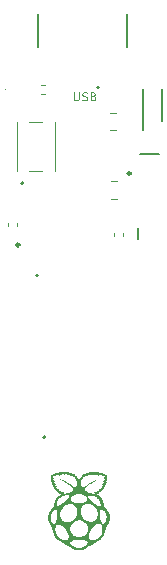
<source format=gbr>
%TF.GenerationSoftware,KiCad,Pcbnew,7.0.8*%
%TF.CreationDate,2024-02-29T17:44:05+05:30*%
%TF.ProjectId,RP2040_Breakout,52503230-3430-45f4-9272-65616b6f7574,rev?*%
%TF.SameCoordinates,Original*%
%TF.FileFunction,Legend,Top*%
%TF.FilePolarity,Positive*%
%FSLAX46Y46*%
G04 Gerber Fmt 4.6, Leading zero omitted, Abs format (unit mm)*
G04 Created by KiCad (PCBNEW 7.0.8) date 2024-02-29 17:44:05*
%MOMM*%
%LPD*%
G01*
G04 APERTURE LIST*
%ADD10C,0.120000*%
%ADD11C,0.200000*%
%ADD12C,0.250000*%
%ADD13C,0.127000*%
%ADD14C,0.100000*%
G04 APERTURE END LIST*
D10*
X136395613Y-81898093D02*
X136395613Y-82464760D01*
X136395613Y-82464760D02*
X136428947Y-82531426D01*
X136428947Y-82531426D02*
X136462280Y-82564760D01*
X136462280Y-82564760D02*
X136528947Y-82598093D01*
X136528947Y-82598093D02*
X136662280Y-82598093D01*
X136662280Y-82598093D02*
X136728947Y-82564760D01*
X136728947Y-82564760D02*
X136762280Y-82531426D01*
X136762280Y-82531426D02*
X136795613Y-82464760D01*
X136795613Y-82464760D02*
X136795613Y-81898093D01*
X137095613Y-82564760D02*
X137195613Y-82598093D01*
X137195613Y-82598093D02*
X137362280Y-82598093D01*
X137362280Y-82598093D02*
X137428946Y-82564760D01*
X137428946Y-82564760D02*
X137462280Y-82531426D01*
X137462280Y-82531426D02*
X137495613Y-82464760D01*
X137495613Y-82464760D02*
X137495613Y-82398093D01*
X137495613Y-82398093D02*
X137462280Y-82331426D01*
X137462280Y-82331426D02*
X137428946Y-82298093D01*
X137428946Y-82298093D02*
X137362280Y-82264760D01*
X137362280Y-82264760D02*
X137228946Y-82231426D01*
X137228946Y-82231426D02*
X137162280Y-82198093D01*
X137162280Y-82198093D02*
X137128946Y-82164760D01*
X137128946Y-82164760D02*
X137095613Y-82098093D01*
X137095613Y-82098093D02*
X137095613Y-82031426D01*
X137095613Y-82031426D02*
X137128946Y-81964760D01*
X137128946Y-81964760D02*
X137162280Y-81931426D01*
X137162280Y-81931426D02*
X137228946Y-81898093D01*
X137228946Y-81898093D02*
X137395613Y-81898093D01*
X137395613Y-81898093D02*
X137495613Y-81931426D01*
X138028947Y-82231426D02*
X138128947Y-82264760D01*
X138128947Y-82264760D02*
X138162280Y-82298093D01*
X138162280Y-82298093D02*
X138195613Y-82364760D01*
X138195613Y-82364760D02*
X138195613Y-82464760D01*
X138195613Y-82464760D02*
X138162280Y-82531426D01*
X138162280Y-82531426D02*
X138128947Y-82564760D01*
X138128947Y-82564760D02*
X138062280Y-82598093D01*
X138062280Y-82598093D02*
X137795613Y-82598093D01*
X137795613Y-82598093D02*
X137795613Y-81898093D01*
X137795613Y-81898093D02*
X138028947Y-81898093D01*
X138028947Y-81898093D02*
X138095613Y-81931426D01*
X138095613Y-81931426D02*
X138128947Y-81964760D01*
X138128947Y-81964760D02*
X138162280Y-82031426D01*
X138162280Y-82031426D02*
X138162280Y-82098093D01*
X138162280Y-82098093D02*
X138128947Y-82164760D01*
X138128947Y-82164760D02*
X138095613Y-82198093D01*
X138095613Y-82198093D02*
X138028947Y-82231426D01*
X138028947Y-82231426D02*
X137795613Y-82231426D01*
D11*
%TO.C,Y1*%
X133780000Y-111110000D02*
X133780000Y-111110000D01*
X133980000Y-111110000D02*
X133980000Y-111110000D01*
X133980000Y-111110000D02*
G75*
G03*
X133780000Y-111110000I-100000J0D01*
G01*
X133780000Y-111110000D02*
G75*
G03*
X133980000Y-111110000I100000J0D01*
G01*
%TO.C,Q1*%
X141800000Y-94310000D02*
X141800000Y-93410000D01*
%TO.C,IC1*%
X133355000Y-97410000D02*
G75*
G03*
X133355000Y-97410000I-100000J0D01*
G01*
D10*
%TO.C,R9*%
X133933641Y-82050000D02*
X133626359Y-82050000D01*
X133933641Y-81290000D02*
X133626359Y-81290000D01*
D12*
%TO.C,IC3*%
X131777500Y-94830000D02*
G75*
G03*
X131777500Y-94830000I-125000J0D01*
G01*
D10*
%TO.C,C18*%
X140520000Y-93852164D02*
X140520000Y-94067836D01*
X139800000Y-93852164D02*
X139800000Y-94067836D01*
D13*
%TO.C,J1*%
X140880000Y-75310000D02*
X140880000Y-78045000D01*
X133380000Y-78045000D02*
X133380000Y-75310000D01*
D11*
X138530000Y-81510000D02*
G75*
G03*
X138530000Y-81510000I-100000J0D01*
G01*
D12*
%TO.C,IC2*%
X141195000Y-88777500D02*
G75*
G03*
X141195000Y-88777500I-125000J0D01*
G01*
D10*
%TO.C,C11*%
X139498748Y-89455000D02*
X140021252Y-89455000D01*
X139498748Y-90925000D02*
X140021252Y-90925000D01*
D11*
%TO.C,S1*%
X132030000Y-89710000D02*
X132030000Y-89710000D01*
X132030000Y-89510000D02*
X132030000Y-89510000D01*
D14*
X131540000Y-88590000D02*
X131540000Y-84390000D01*
X133710000Y-88590000D02*
X132590000Y-88590000D01*
X134750000Y-88590000D02*
X134750000Y-84390000D01*
X133710000Y-84390000D02*
X132590000Y-84390000D01*
D11*
X132030000Y-89510000D02*
G75*
G03*
X132030000Y-89710000I0J-100000D01*
G01*
X132030000Y-89710000D02*
G75*
G03*
X132030000Y-89510000I0J100000D01*
G01*
D14*
%TO.C,D2*%
X130620000Y-81670000D02*
G75*
G03*
X130620000Y-81670000I-50000J0D01*
G01*
D10*
%TO.C,C17*%
X131540000Y-92982164D02*
X131540000Y-93197836D01*
X130820000Y-92982164D02*
X130820000Y-93197836D01*
%TO.C,C12*%
X139981252Y-85095000D02*
X139458748Y-85095000D01*
X139981252Y-83625000D02*
X139458748Y-83625000D01*
D11*
%TO.C,D1*%
X142225000Y-85140000D02*
X142225000Y-81670000D01*
X143875000Y-84370000D02*
X143875000Y-81670000D01*
%TO.C,G\u002A\u002A\u002A*%
G36*
X135189679Y-114662500D02*
G01*
X135187179Y-114665000D01*
X135184678Y-114662500D01*
X135187179Y-114660000D01*
X135189679Y-114662500D01*
G37*
G36*
X138470325Y-114662500D02*
G01*
X138467825Y-114665000D01*
X138465324Y-114662500D01*
X138467825Y-114660000D01*
X138470325Y-114662500D01*
G37*
G36*
X135651493Y-114027919D02*
G01*
X135687424Y-114036596D01*
X135729305Y-114051419D01*
X135736189Y-114054166D01*
X135799701Y-114079818D01*
X135830851Y-114071839D01*
X135870789Y-114065934D01*
X135902471Y-114065984D01*
X135920597Y-114067236D01*
X135935102Y-114069406D01*
X135948772Y-114073398D01*
X135964394Y-114080116D01*
X135984755Y-114090464D01*
X135995511Y-114096175D01*
X136048081Y-114124243D01*
X136086779Y-114118813D01*
X136129521Y-114116140D01*
X136168820Y-114121054D01*
X136205976Y-114134058D01*
X136242286Y-114155657D01*
X136279048Y-114186354D01*
X136291085Y-114198146D01*
X136332404Y-114239964D01*
X136379096Y-114239982D01*
X136425788Y-114240000D01*
X136463487Y-114266056D01*
X136517929Y-114308748D01*
X136570968Y-114360169D01*
X136621721Y-114419059D01*
X136669304Y-114484160D01*
X136712834Y-114554214D01*
X136751426Y-114627963D01*
X136784197Y-114704148D01*
X136797977Y-114742327D01*
X136805702Y-114764481D01*
X136812515Y-114782695D01*
X136817700Y-114795140D01*
X136820539Y-114799989D01*
X136820602Y-114800000D01*
X136823683Y-114795696D01*
X136826683Y-114785343D01*
X136826693Y-114785291D01*
X136830914Y-114770244D01*
X136838687Y-114748158D01*
X136849200Y-114720995D01*
X136861642Y-114690714D01*
X136875204Y-114659276D01*
X136889074Y-114628641D01*
X136902442Y-114600771D01*
X136905595Y-114594495D01*
X136949791Y-114515578D01*
X136998777Y-114443084D01*
X137051883Y-114377824D01*
X137108440Y-114320608D01*
X137167779Y-114272246D01*
X137177824Y-114265150D01*
X137214212Y-114240000D01*
X137260389Y-114240000D01*
X137306566Y-114239999D01*
X137348176Y-114197927D01*
X137385911Y-114163926D01*
X137423073Y-114139319D01*
X137460859Y-114123654D01*
X137500465Y-114116484D01*
X137543087Y-114117358D01*
X137557533Y-114119260D01*
X137591384Y-114124529D01*
X137644222Y-114096318D01*
X137667482Y-114084127D01*
X137684796Y-114075951D01*
X137698929Y-114070893D01*
X137712644Y-114068052D01*
X137728707Y-114066531D01*
X137737374Y-114066041D01*
X137780864Y-114067020D01*
X137808631Y-114072042D01*
X137839574Y-114080111D01*
X137902895Y-114054536D01*
X137945660Y-114038834D01*
X137982218Y-114029226D01*
X138014277Y-114025696D01*
X138043546Y-114028225D01*
X138071734Y-114036796D01*
X138100548Y-114051392D01*
X138102360Y-114052474D01*
X138129896Y-114069052D01*
X138168835Y-114056169D01*
X138189245Y-114050036D01*
X138208069Y-114046117D01*
X138228778Y-114043932D01*
X138254845Y-114043005D01*
X138265285Y-114042893D01*
X138290975Y-114042914D01*
X138309418Y-114043676D01*
X138323365Y-114045607D01*
X138335567Y-114049132D01*
X138348774Y-114054679D01*
X138352591Y-114056449D01*
X138371056Y-114065812D01*
X138388188Y-114075692D01*
X138397823Y-114082170D01*
X138405085Y-114087081D01*
X138413086Y-114090500D01*
X138423859Y-114092770D01*
X138439437Y-114094235D01*
X138461852Y-114095237D01*
X138478050Y-114095721D01*
X138505603Y-114096656D01*
X138525601Y-114097971D01*
X138540489Y-114100079D01*
X138552715Y-114103393D01*
X138564723Y-114108325D01*
X138571253Y-114111450D01*
X138589204Y-114121772D01*
X138605558Y-114133688D01*
X138613804Y-114141450D01*
X138627942Y-114157500D01*
X138697913Y-114157902D01*
X138751470Y-114160280D01*
X138797170Y-114167056D01*
X138836350Y-114178691D01*
X138870346Y-114195644D01*
X138900496Y-114218376D01*
X138915225Y-114232769D01*
X138940311Y-114259288D01*
X138966958Y-114256538D01*
X138999300Y-114256357D01*
X139035331Y-114261271D01*
X139070658Y-114270481D01*
X139093913Y-114279661D01*
X139123318Y-114298101D01*
X139148453Y-114322659D01*
X139167029Y-114350854D01*
X139173181Y-114365656D01*
X139178932Y-114393754D01*
X139180175Y-114426951D01*
X139177123Y-114461531D01*
X139169989Y-114493775D01*
X139165047Y-114507647D01*
X139152512Y-114537795D01*
X139166529Y-114559966D01*
X139187168Y-114600041D01*
X139198030Y-114639809D01*
X139199095Y-114679689D01*
X139190342Y-114720100D01*
X139171752Y-114761460D01*
X139155639Y-114787239D01*
X139140118Y-114809794D01*
X139148407Y-114838301D01*
X139154098Y-114875703D01*
X139150097Y-114915203D01*
X139136455Y-114956634D01*
X139113219Y-114999828D01*
X139091392Y-115030869D01*
X139065747Y-115064239D01*
X139068595Y-115095869D01*
X139067653Y-115139579D01*
X139057050Y-115181672D01*
X139037084Y-115221456D01*
X139008052Y-115258243D01*
X138991678Y-115274019D01*
X138976225Y-115288130D01*
X138966918Y-115298255D01*
X138962215Y-115306808D01*
X138960576Y-115316200D01*
X138960422Y-115322942D01*
X138955483Y-115362029D01*
X138940876Y-115401277D01*
X138916914Y-115440218D01*
X138883912Y-115478385D01*
X138842182Y-115515310D01*
X138820387Y-115531577D01*
X138802759Y-115544397D01*
X138791408Y-115554121D01*
X138784335Y-115563264D01*
X138779538Y-115574344D01*
X138775526Y-115588008D01*
X138758939Y-115630509D01*
X138733809Y-115667867D01*
X138700213Y-115700012D01*
X138658227Y-115726875D01*
X138607928Y-115748385D01*
X138594480Y-115752789D01*
X138578458Y-115758196D01*
X138568889Y-115763823D01*
X138562644Y-115772656D01*
X138556591Y-115787677D01*
X138555902Y-115789563D01*
X138540933Y-115821691D01*
X138520714Y-115849100D01*
X138494280Y-115872507D01*
X138460670Y-115892633D01*
X138418921Y-115910193D01*
X138376029Y-115923720D01*
X138344245Y-115932622D01*
X138400856Y-115967561D01*
X138484733Y-116023192D01*
X138560809Y-116081970D01*
X138631172Y-116145536D01*
X138645361Y-116159589D01*
X138687612Y-116203848D01*
X138723246Y-116245435D01*
X138754152Y-116286936D01*
X138782215Y-116330943D01*
X138809325Y-116380045D01*
X138816996Y-116395049D01*
X138853533Y-116476164D01*
X138883009Y-116560846D01*
X138905662Y-116650098D01*
X138921727Y-116744923D01*
X138931440Y-116846321D01*
X138933641Y-116890000D01*
X138936599Y-116967500D01*
X138958569Y-117008373D01*
X138969671Y-117028167D01*
X138979484Y-117042532D01*
X138990589Y-117054300D01*
X139005566Y-117066308D01*
X139021740Y-117077763D01*
X139046040Y-117096376D01*
X139074583Y-117121129D01*
X139105564Y-117150201D01*
X139137179Y-117181765D01*
X139167624Y-117213999D01*
X139195093Y-117245079D01*
X139217782Y-117273180D01*
X139225474Y-117283686D01*
X139284285Y-117375529D01*
X139333571Y-117470413D01*
X139373350Y-117568375D01*
X139403638Y-117669454D01*
X139416784Y-117729120D01*
X139420408Y-117749094D01*
X139423167Y-117767667D01*
X139425171Y-117786681D01*
X139426533Y-117807976D01*
X139427362Y-117833394D01*
X139427772Y-117864775D01*
X139427872Y-117903962D01*
X139427866Y-117912500D01*
X139427753Y-117952124D01*
X139427432Y-117983575D01*
X139426769Y-118008678D01*
X139425633Y-118029259D01*
X139423892Y-118047144D01*
X139421414Y-118064160D01*
X139418068Y-118082132D01*
X139414317Y-118100106D01*
X139390652Y-118189505D01*
X139358416Y-118278234D01*
X139318518Y-118364392D01*
X139271869Y-118446076D01*
X139219380Y-118521385D01*
X139202586Y-118542504D01*
X139189844Y-118558081D01*
X139178928Y-118571511D01*
X139171957Y-118580187D01*
X139171426Y-118580862D01*
X139167698Y-118588990D01*
X139162675Y-118604515D01*
X139157077Y-118625038D01*
X139152688Y-118643357D01*
X139140902Y-118692217D01*
X139127029Y-118743054D01*
X139110554Y-118797560D01*
X139090961Y-118857427D01*
X139067734Y-118924348D01*
X139063038Y-118937523D01*
X139051229Y-118971305D01*
X139040436Y-119003639D01*
X139031196Y-119032800D01*
X139024044Y-119057062D01*
X139019520Y-119074699D01*
X139018296Y-119081327D01*
X139014120Y-119106534D01*
X139007298Y-119138466D01*
X138998536Y-119174428D01*
X138988539Y-119211723D01*
X138978014Y-119247655D01*
X138967666Y-119279529D01*
X138963005Y-119292500D01*
X138930950Y-119368039D01*
X138891453Y-119444493D01*
X138846274Y-119518852D01*
X138797172Y-119588105D01*
X138771597Y-119620000D01*
X138718644Y-119678652D01*
X138660656Y-119734722D01*
X138599137Y-119787075D01*
X138535594Y-119834577D01*
X138471531Y-119876091D01*
X138408454Y-119910485D01*
X138355302Y-119933827D01*
X138330720Y-119945126D01*
X138302481Y-119961736D01*
X138269229Y-119984480D01*
X138255283Y-119994690D01*
X138140300Y-120076014D01*
X138026668Y-120148026D01*
X137913594Y-120211180D01*
X137800282Y-120265929D01*
X137725178Y-120297602D01*
X137697037Y-120308947D01*
X137676076Y-120318012D01*
X137660125Y-120326067D01*
X137647015Y-120334385D01*
X137634576Y-120344236D01*
X137620639Y-120356892D01*
X137615157Y-120362076D01*
X137532744Y-120435118D01*
X137449250Y-120498515D01*
X137364015Y-120552612D01*
X137276380Y-120597753D01*
X137185686Y-120634284D01*
X137091273Y-120662551D01*
X137007537Y-120680349D01*
X136977089Y-120684559D01*
X136939180Y-120688048D01*
X136896319Y-120690741D01*
X136851016Y-120692561D01*
X136805782Y-120693431D01*
X136763126Y-120693276D01*
X136725558Y-120692017D01*
X136697476Y-120689801D01*
X136594084Y-120673248D01*
X136494105Y-120647427D01*
X136397411Y-120612275D01*
X136303873Y-120567731D01*
X136213363Y-120513732D01*
X136125752Y-120450215D01*
X136040913Y-120377120D01*
X136030373Y-120367189D01*
X136013656Y-120351471D01*
X136000127Y-120339679D01*
X135987567Y-120330477D01*
X135973755Y-120322529D01*
X135956471Y-120314501D01*
X135933497Y-120305057D01*
X135914807Y-120297662D01*
X135812938Y-120254006D01*
X135710859Y-120203090D01*
X135607719Y-120144425D01*
X135502667Y-120077524D01*
X135476820Y-120059394D01*
X136076382Y-120059394D01*
X136079552Y-120086418D01*
X136092080Y-120116699D01*
X136112996Y-120149738D01*
X136141350Y-120184713D01*
X136176190Y-120220801D01*
X136216567Y-120257179D01*
X136261530Y-120293026D01*
X136310128Y-120327518D01*
X136361411Y-120359833D01*
X136414427Y-120389148D01*
X136448925Y-120406001D01*
X136485473Y-120421593D01*
X136527039Y-120437174D01*
X136570193Y-120451601D01*
X136611505Y-120463729D01*
X136647545Y-120472417D01*
X136649031Y-120472717D01*
X136702462Y-120480833D01*
X136761766Y-120485391D01*
X136823436Y-120486305D01*
X136883963Y-120483488D01*
X136922427Y-120479432D01*
X136992463Y-120466032D01*
X137064790Y-120444641D01*
X137137811Y-120416150D01*
X137209929Y-120381452D01*
X137279547Y-120341437D01*
X137345067Y-120296996D01*
X137404893Y-120249021D01*
X137457428Y-120198404D01*
X137487095Y-120164277D01*
X137517044Y-120123458D01*
X137538092Y-120086620D01*
X137550352Y-120053414D01*
X137553942Y-120023494D01*
X137548975Y-119996511D01*
X137545454Y-119988143D01*
X137526419Y-119959397D01*
X137498059Y-119931811D01*
X137461006Y-119905625D01*
X137415896Y-119881076D01*
X137363362Y-119858403D01*
X137304038Y-119837842D01*
X137238557Y-119819634D01*
X137167554Y-119804014D01*
X137091662Y-119791223D01*
X137011516Y-119781497D01*
X136990034Y-119779498D01*
X136952322Y-119777189D01*
X136907316Y-119776019D01*
X136857653Y-119775927D01*
X136805968Y-119776855D01*
X136754897Y-119778742D01*
X136707077Y-119781530D01*
X136665144Y-119785158D01*
X136647466Y-119787234D01*
X136566636Y-119799538D01*
X136490319Y-119814534D01*
X136418972Y-119831983D01*
X136353056Y-119851640D01*
X136293030Y-119873266D01*
X136239355Y-119896616D01*
X136192489Y-119921450D01*
X136152891Y-119947525D01*
X136121023Y-119974599D01*
X136097342Y-120002430D01*
X136082309Y-120030775D01*
X136076382Y-120059394D01*
X135476820Y-120059394D01*
X135394853Y-120001899D01*
X135379717Y-119990755D01*
X135343216Y-119965265D01*
X135311170Y-119946037D01*
X135286453Y-119934406D01*
X135246456Y-119917661D01*
X135207698Y-119898438D01*
X135167408Y-119875247D01*
X135122815Y-119846597D01*
X135121446Y-119845681D01*
X135033453Y-119781046D01*
X134952921Y-119710185D01*
X134880116Y-119633467D01*
X134815303Y-119551264D01*
X134758749Y-119463944D01*
X134710717Y-119371878D01*
X134671475Y-119275436D01*
X134641919Y-119177500D01*
X134635318Y-119150156D01*
X134629349Y-119123271D01*
X134624652Y-119099873D01*
X134621871Y-119082992D01*
X134621812Y-119082523D01*
X134619064Y-119069275D01*
X134613369Y-119048401D01*
X134605267Y-119021646D01*
X134595296Y-118990756D01*
X134583999Y-118957477D01*
X134576963Y-118937523D01*
X134553029Y-118869171D01*
X134545958Y-118847829D01*
X134821001Y-118847829D01*
X134821029Y-118920960D01*
X134828202Y-118997570D01*
X134842464Y-119076841D01*
X134863756Y-119157952D01*
X134892021Y-119240087D01*
X134907988Y-119279491D01*
X134928701Y-119325727D01*
X134948955Y-119365215D01*
X134970500Y-119400960D01*
X134995085Y-119435966D01*
X135011211Y-119456844D01*
X135075003Y-119530342D01*
X135143313Y-119596053D01*
X135215592Y-119653626D01*
X135291294Y-119702710D01*
X135369869Y-119742954D01*
X135450769Y-119774006D01*
X135533448Y-119795516D01*
X135542249Y-119797213D01*
X135568237Y-119800625D01*
X135600360Y-119802662D01*
X135636042Y-119803376D01*
X135672704Y-119802815D01*
X135707770Y-119801031D01*
X135738662Y-119798073D01*
X135762802Y-119793991D01*
X135767293Y-119792853D01*
X135812272Y-119776937D01*
X135849465Y-119755886D01*
X135879676Y-119728849D01*
X135903710Y-119694973D01*
X135922371Y-119653404D01*
X135933243Y-119616997D01*
X135938728Y-119585651D01*
X135941762Y-119547104D01*
X135942394Y-119503840D01*
X135940674Y-119458341D01*
X135936654Y-119413088D01*
X135930384Y-119370563D01*
X135927989Y-119358313D01*
X135906569Y-119273788D01*
X135878030Y-119189765D01*
X135843250Y-119108153D01*
X135803105Y-119030863D01*
X135758474Y-118959805D01*
X135723189Y-118912500D01*
X135687619Y-118871364D01*
X135672538Y-118855699D01*
X136077100Y-118855699D01*
X136077894Y-118902567D01*
X136081162Y-118945868D01*
X136086420Y-118980000D01*
X136106789Y-119058156D01*
X136134299Y-119130190D01*
X136169618Y-119197329D01*
X136213411Y-119260799D01*
X136266346Y-119321825D01*
X136279582Y-119335342D01*
X136343855Y-119393005D01*
X136413082Y-119442265D01*
X136487545Y-119483259D01*
X136567529Y-119516124D01*
X136653315Y-119540997D01*
X136737484Y-119556922D01*
X136747027Y-119557517D01*
X136764759Y-119557887D01*
X136788868Y-119558021D01*
X136817545Y-119557911D01*
X136848977Y-119557548D01*
X136852507Y-119557493D01*
X136892674Y-119556588D01*
X136924973Y-119555206D01*
X136951533Y-119553172D01*
X136974483Y-119550314D01*
X136995952Y-119546459D01*
X137000829Y-119545430D01*
X137085520Y-119522452D01*
X137098673Y-119517355D01*
X137647321Y-119517355D01*
X137650038Y-119575802D01*
X137658513Y-119629176D01*
X137672850Y-119676722D01*
X137693153Y-119717686D01*
X137711799Y-119742996D01*
X137727889Y-119757596D01*
X137750579Y-119773177D01*
X137776856Y-119787964D01*
X137803705Y-119800181D01*
X137816997Y-119804962D01*
X137856345Y-119814525D01*
X137902374Y-119820722D01*
X137952329Y-119823498D01*
X138003454Y-119822796D01*
X138052991Y-119818557D01*
X138098012Y-119810765D01*
X138180976Y-119787283D01*
X138260241Y-119755473D01*
X138336408Y-119714987D01*
X138410080Y-119665476D01*
X138481859Y-119606592D01*
X138530536Y-119560375D01*
X138591770Y-119494520D01*
X138645567Y-119427382D01*
X138691333Y-119359833D01*
X138728474Y-119292745D01*
X138754618Y-119231897D01*
X138776078Y-119162403D01*
X138791578Y-119088207D01*
X138801180Y-119010866D01*
X138804947Y-118931937D01*
X138802944Y-118852975D01*
X138795232Y-118775539D01*
X138781876Y-118701184D01*
X138762937Y-118631468D01*
X138738480Y-118567946D01*
X138726714Y-118543750D01*
X138700861Y-118502314D01*
X138670796Y-118469704D01*
X138635931Y-118445572D01*
X138595677Y-118429569D01*
X138549448Y-118421345D01*
X138518189Y-118420000D01*
X138466653Y-118424044D01*
X138413379Y-118436277D01*
X138358120Y-118456849D01*
X138300626Y-118485909D01*
X138240650Y-118523607D01*
X138177942Y-118570093D01*
X138112256Y-118625516D01*
X138043342Y-118690026D01*
X138002329Y-118731119D01*
X137950408Y-118786129D01*
X137906023Y-118837206D01*
X137868164Y-118885609D01*
X137835818Y-118932598D01*
X137820328Y-118957759D01*
X137780742Y-119029608D01*
X137746079Y-119102425D01*
X137716443Y-119175454D01*
X137691939Y-119247939D01*
X137672670Y-119319128D01*
X137658741Y-119388263D01*
X137650256Y-119454590D01*
X137647321Y-119517355D01*
X137098673Y-119517355D01*
X137165848Y-119491324D01*
X137241198Y-119452506D01*
X137310952Y-119406460D01*
X137374495Y-119353649D01*
X137431211Y-119294533D01*
X137480483Y-119229575D01*
X137521696Y-119159237D01*
X137525067Y-119152500D01*
X137555318Y-119083024D01*
X137576574Y-119014640D01*
X137589298Y-118945183D01*
X137593951Y-118872486D01*
X137593327Y-118832500D01*
X137585231Y-118750235D01*
X137567735Y-118671350D01*
X137540922Y-118596036D01*
X137504872Y-118524484D01*
X137459667Y-118456886D01*
X137408684Y-118396894D01*
X137345168Y-118336921D01*
X137275986Y-118285186D01*
X137201151Y-118241698D01*
X137120679Y-118206463D01*
X137034584Y-118179490D01*
X136987547Y-118168722D01*
X136948278Y-118162706D01*
X136902447Y-118158803D01*
X136852871Y-118157009D01*
X136802368Y-118157316D01*
X136753756Y-118159721D01*
X136709852Y-118164217D01*
X136679973Y-118169325D01*
X136590333Y-118193155D01*
X136506386Y-118225013D01*
X136428324Y-118264802D01*
X136356335Y-118312426D01*
X136293599Y-118364974D01*
X136236451Y-118425245D01*
X136187233Y-118491431D01*
X136146284Y-118562933D01*
X136113941Y-118639157D01*
X136090543Y-118719505D01*
X136089219Y-118725406D01*
X136082798Y-118763948D01*
X136078747Y-118808436D01*
X136077100Y-118855699D01*
X135672538Y-118855699D01*
X135645585Y-118827702D01*
X135599029Y-118783219D01*
X135549896Y-118739623D01*
X135500128Y-118698621D01*
X135451669Y-118661920D01*
X135406464Y-118631228D01*
X135394720Y-118623983D01*
X135326643Y-118586886D01*
X135260273Y-118558399D01*
X135196070Y-118538638D01*
X135134494Y-118527713D01*
X135076002Y-118525740D01*
X135023316Y-118532342D01*
X134978678Y-118545002D01*
X134941742Y-118562958D01*
X134911145Y-118587286D01*
X134885522Y-118619058D01*
X134864366Y-118657500D01*
X134842612Y-118715280D01*
X134828177Y-118778996D01*
X134821001Y-118847829D01*
X134545958Y-118847829D01*
X134532820Y-118808179D01*
X134515820Y-118752850D01*
X134501511Y-118701488D01*
X134489376Y-118652397D01*
X134487291Y-118643263D01*
X134479542Y-118612544D01*
X134471967Y-118590462D01*
X134464085Y-118575673D01*
X134462261Y-118573263D01*
X134397967Y-118488370D01*
X134343428Y-118403722D01*
X134298433Y-118318711D01*
X134262772Y-118232729D01*
X134236235Y-118145169D01*
X134218611Y-118055424D01*
X134209690Y-117962885D01*
X134209450Y-117909436D01*
X134420303Y-117909436D01*
X134421364Y-117954361D01*
X134424132Y-117990025D01*
X134437438Y-118071834D01*
X134458358Y-118152159D01*
X134486235Y-118229156D01*
X134520416Y-118300979D01*
X134554548Y-118357490D01*
X134568566Y-118376799D01*
X134585722Y-118398227D01*
X134604515Y-118420137D01*
X134623446Y-118440890D01*
X134641012Y-118458849D01*
X134655714Y-118472375D01*
X134666050Y-118479831D01*
X134667076Y-118480303D01*
X134691061Y-118485118D01*
X134717403Y-118482286D01*
X134742584Y-118472252D01*
X134745795Y-118470311D01*
X134770626Y-118449869D01*
X134795717Y-118420227D01*
X134820692Y-118382167D01*
X134845175Y-118336467D01*
X134868790Y-118283909D01*
X134891161Y-118225274D01*
X134911912Y-118161340D01*
X134930667Y-118092889D01*
X134933838Y-118080000D01*
X134952818Y-117994488D01*
X134968534Y-117908995D01*
X134980967Y-117824418D01*
X134990095Y-117741655D01*
X134995897Y-117661605D01*
X134996367Y-117646966D01*
X135231209Y-117646966D01*
X135234306Y-117712596D01*
X135246534Y-117795397D01*
X135266965Y-117873459D01*
X135295207Y-117946356D01*
X135330868Y-118013665D01*
X135373557Y-118074961D01*
X135422882Y-118129818D01*
X135478451Y-118177811D01*
X135539872Y-118218517D01*
X135606754Y-118251510D01*
X135678705Y-118276366D01*
X135755334Y-118292659D01*
X135771232Y-118294858D01*
X135804513Y-118297385D01*
X135844100Y-118297755D01*
X135886567Y-118296126D01*
X135928491Y-118292657D01*
X135966447Y-118287509D01*
X135978847Y-118285201D01*
X136033181Y-118272376D01*
X136083672Y-118256431D01*
X136134697Y-118235880D01*
X136163735Y-118222478D01*
X136241222Y-118180357D01*
X136313322Y-118131163D01*
X136379755Y-118075590D01*
X136440244Y-118014332D01*
X136494510Y-117948083D01*
X136542276Y-117877538D01*
X136583263Y-117803390D01*
X136617193Y-117726335D01*
X136643789Y-117647066D01*
X136662772Y-117566277D01*
X136673863Y-117484662D01*
X136676786Y-117402916D01*
X136676079Y-117392526D01*
X136965677Y-117392526D01*
X136971164Y-117472581D01*
X136984708Y-117553821D01*
X137006506Y-117635661D01*
X137036754Y-117717513D01*
X137048908Y-117745046D01*
X137090383Y-117824339D01*
X137139367Y-117898957D01*
X137195095Y-117968298D01*
X137256804Y-118031755D01*
X137323730Y-118088727D01*
X137395110Y-118138607D01*
X137470179Y-118180792D01*
X137548173Y-118214677D01*
X137628330Y-118239659D01*
X137690171Y-118252311D01*
X137730431Y-118256850D01*
X137776105Y-118259013D01*
X137823239Y-118258799D01*
X137867879Y-118256210D01*
X137900075Y-118252278D01*
X137973010Y-118235554D01*
X138043329Y-118209748D01*
X138109786Y-118175498D01*
X138171131Y-118133446D01*
X138223974Y-118086410D01*
X138274250Y-118028566D01*
X138316674Y-117965135D01*
X138351167Y-117896817D01*
X138377655Y-117824314D01*
X138396059Y-117748327D01*
X138406303Y-117669559D01*
X138408310Y-117588710D01*
X138405224Y-117548470D01*
X138575817Y-117548470D01*
X138575881Y-117596373D01*
X138577059Y-117642251D01*
X138579412Y-117684105D01*
X138579959Y-117690989D01*
X138589297Y-117782583D01*
X138601727Y-117872284D01*
X138616997Y-117959160D01*
X138634851Y-118042280D01*
X138655036Y-118120711D01*
X138677299Y-118193522D01*
X138701385Y-118259781D01*
X138727040Y-118318557D01*
X138754010Y-118368917D01*
X138772344Y-118397003D01*
X138797683Y-118427497D01*
X138823876Y-118449645D01*
X138850209Y-118463160D01*
X138875968Y-118467753D01*
X138900440Y-118463138D01*
X138915731Y-118454773D01*
X138929777Y-118442914D01*
X138947768Y-118425031D01*
X138967815Y-118403223D01*
X138988029Y-118379589D01*
X139006520Y-118356229D01*
X139015590Y-118343806D01*
X139035543Y-118312448D01*
X139056420Y-118274506D01*
X139076701Y-118233095D01*
X139094867Y-118191327D01*
X139109399Y-118152317D01*
X139110165Y-118150000D01*
X139133632Y-118063143D01*
X139148012Y-117974202D01*
X139153301Y-117884390D01*
X139149499Y-117794925D01*
X139136604Y-117707022D01*
X139114613Y-117621897D01*
X139111022Y-117610906D01*
X139079614Y-117532674D01*
X139039285Y-117457955D01*
X138990777Y-117387679D01*
X138934830Y-117322777D01*
X138872186Y-117264176D01*
X138803587Y-117212809D01*
X138783096Y-117199652D01*
X138762565Y-117187450D01*
X138747316Y-117180001D01*
X138734509Y-117176220D01*
X138721305Y-117175024D01*
X138718522Y-117175000D01*
X138690515Y-117179049D01*
X138665722Y-117191381D01*
X138643938Y-117212276D01*
X138624957Y-117242011D01*
X138608573Y-117280865D01*
X138594580Y-117329117D01*
X138590149Y-117348558D01*
X138585528Y-117376595D01*
X138581725Y-117412604D01*
X138578799Y-117454586D01*
X138576810Y-117500541D01*
X138575817Y-117548470D01*
X138405224Y-117548470D01*
X138402003Y-117506482D01*
X138387306Y-117423577D01*
X138364141Y-117340697D01*
X138332432Y-117258541D01*
X138318049Y-117227500D01*
X138273777Y-117146833D01*
X138222091Y-117071359D01*
X138163712Y-117001685D01*
X138099365Y-116938421D01*
X138029773Y-116882174D01*
X137955658Y-116833553D01*
X137877743Y-116793167D01*
X137796753Y-116761625D01*
X137747446Y-116747314D01*
X137667092Y-116731797D01*
X137587160Y-116725999D01*
X137508245Y-116729903D01*
X137430940Y-116743492D01*
X137380659Y-116757901D01*
X137310536Y-116786207D01*
X137246301Y-116822150D01*
X137188151Y-116865143D01*
X137136284Y-116914600D01*
X137090896Y-116969935D01*
X137052185Y-117030561D01*
X137020347Y-117095891D01*
X136995581Y-117165339D01*
X136978082Y-117238318D01*
X136968048Y-117314243D01*
X136965677Y-117392526D01*
X136676079Y-117392526D01*
X136671262Y-117321733D01*
X136657013Y-117241807D01*
X136633761Y-117163832D01*
X136610408Y-117107396D01*
X136574290Y-117041434D01*
X136530340Y-116980739D01*
X136479423Y-116926093D01*
X136422404Y-116878281D01*
X136360148Y-116838087D01*
X136293521Y-116806294D01*
X136267391Y-116796631D01*
X136191768Y-116776038D01*
X136114403Y-116765021D01*
X136035919Y-116763439D01*
X135956935Y-116771150D01*
X135878072Y-116788015D01*
X135799950Y-116813891D01*
X135723190Y-116848637D01*
X135648413Y-116892113D01*
X135576239Y-116944177D01*
X135559752Y-116957618D01*
X135495218Y-117017410D01*
X135436696Y-117083710D01*
X135384613Y-117155529D01*
X135339396Y-117231878D01*
X135301470Y-117311769D01*
X135271263Y-117394212D01*
X135249199Y-117478218D01*
X135235706Y-117562799D01*
X135231209Y-117646966D01*
X134996367Y-117646966D01*
X134998353Y-117585167D01*
X134997441Y-117513238D01*
X134993141Y-117446717D01*
X134985432Y-117386502D01*
X134974293Y-117333492D01*
X134959703Y-117288585D01*
X134952610Y-117272500D01*
X134934050Y-117239699D01*
X134914241Y-117216196D01*
X134892307Y-117201296D01*
X134867371Y-117194304D01*
X134853083Y-117193561D01*
X134833383Y-117195928D01*
X134814184Y-117203529D01*
X134803073Y-117209917D01*
X134738041Y-117254430D01*
X134676920Y-117304735D01*
X134621584Y-117359112D01*
X134573908Y-117415838D01*
X134563432Y-117430147D01*
X134519274Y-117500593D01*
X134482271Y-117577083D01*
X134453094Y-117658053D01*
X134434273Y-117732500D01*
X134428301Y-117769906D01*
X134423897Y-117814002D01*
X134421189Y-117861581D01*
X134420303Y-117909436D01*
X134209450Y-117909436D01*
X134209260Y-117866945D01*
X134210249Y-117845955D01*
X134220577Y-117749611D01*
X134240654Y-117653505D01*
X134270238Y-117558309D01*
X134309085Y-117464692D01*
X134356951Y-117373323D01*
X134413594Y-117284873D01*
X134414490Y-117283600D01*
X134434598Y-117257375D01*
X134460315Y-117227342D01*
X134489816Y-117195342D01*
X134521278Y-117163215D01*
X134552878Y-117132801D01*
X134582793Y-117105941D01*
X134609199Y-117084476D01*
X134618260Y-117077890D01*
X134638105Y-117063630D01*
X134652056Y-117051842D01*
X134662694Y-117039686D01*
X134672600Y-117024323D01*
X134681431Y-117008373D01*
X134703401Y-116967500D01*
X134706359Y-116890000D01*
X134706606Y-116886528D01*
X134922824Y-116886528D01*
X134923453Y-116912956D01*
X134925022Y-116934061D01*
X134927534Y-116948052D01*
X134929454Y-116952240D01*
X134942553Y-116962909D01*
X134959865Y-116967437D01*
X134982423Y-116965816D01*
X135011262Y-116958035D01*
X135029648Y-116951334D01*
X135069564Y-116933411D01*
X135115313Y-116908697D01*
X135166079Y-116877869D01*
X135221047Y-116841606D01*
X135279402Y-116800589D01*
X135340327Y-116755495D01*
X135403009Y-116707005D01*
X135466631Y-116655796D01*
X135530378Y-116602549D01*
X135593436Y-116547943D01*
X135654988Y-116492656D01*
X135714220Y-116437368D01*
X135770317Y-116382757D01*
X135822378Y-116329590D01*
X136131028Y-116329590D01*
X136134616Y-116356298D01*
X136148711Y-116400226D01*
X136172071Y-116442805D01*
X136203999Y-116483608D01*
X136243800Y-116522208D01*
X136290779Y-116558175D01*
X136344241Y-116591083D01*
X136403489Y-116620504D01*
X136467829Y-116646010D01*
X136536565Y-116667173D01*
X136609001Y-116683566D01*
X136684443Y-116694761D01*
X136685029Y-116694825D01*
X136708440Y-116697373D01*
X136730490Y-116699739D01*
X136747628Y-116701546D01*
X136752487Y-116702044D01*
X136771325Y-116703082D01*
X136798010Y-116703383D01*
X136830422Y-116703024D01*
X136866438Y-116702084D01*
X136903937Y-116700638D01*
X136940799Y-116698767D01*
X136974902Y-116696546D01*
X137004124Y-116694053D01*
X137020040Y-116692254D01*
X137086395Y-116681338D01*
X137151781Y-116666239D01*
X137214346Y-116647566D01*
X137272244Y-116625926D01*
X137323623Y-116601928D01*
X137360504Y-116580318D01*
X137392568Y-116558119D01*
X137417880Y-116537828D01*
X137438812Y-116517257D01*
X137457736Y-116494218D01*
X137465653Y-116483282D01*
X137490490Y-116440373D01*
X137505390Y-116396613D01*
X137510339Y-116352171D01*
X137505321Y-116307218D01*
X137490320Y-116261926D01*
X137486477Y-116253582D01*
X137457877Y-116204656D01*
X137420291Y-116157252D01*
X137374695Y-116111966D01*
X137342599Y-116086005D01*
X137568922Y-116086005D01*
X137570071Y-116104104D01*
X137577276Y-116126970D01*
X137587733Y-116148680D01*
X137610467Y-116185175D01*
X137640855Y-116226334D01*
X137678099Y-116271472D01*
X137721402Y-116319906D01*
X137769967Y-116370950D01*
X137822997Y-116423920D01*
X137879693Y-116478130D01*
X137939260Y-116532897D01*
X138000901Y-116587535D01*
X138063816Y-116641359D01*
X138127211Y-116693686D01*
X138190286Y-116743830D01*
X138252246Y-116791106D01*
X138312293Y-116834830D01*
X138369630Y-116874317D01*
X138423459Y-116908882D01*
X138472983Y-116937841D01*
X138517405Y-116960508D01*
X138547817Y-116973313D01*
X138575954Y-116981540D01*
X138601397Y-116984746D01*
X138622277Y-116982907D01*
X138636724Y-116976001D01*
X138638333Y-116974401D01*
X138642021Y-116969411D01*
X138644576Y-116962893D01*
X138646167Y-116953147D01*
X138646962Y-116938470D01*
X138647130Y-116917160D01*
X138646850Y-116888358D01*
X138641067Y-116791049D01*
X138626572Y-116698206D01*
X138603655Y-116610159D01*
X138572605Y-116527237D01*
X138533709Y-116449769D01*
X138487258Y-116378086D01*
X138433539Y-116312518D01*
X138372842Y-116253394D01*
X138305456Y-116201044D01*
X138231669Y-116155799D01*
X138151771Y-116117986D01*
X138066049Y-116087937D01*
X137974793Y-116065982D01*
X137918691Y-116056986D01*
X137887384Y-116053810D01*
X137851755Y-116051797D01*
X137813244Y-116050877D01*
X137773287Y-116050978D01*
X137733322Y-116052030D01*
X137694786Y-116053960D01*
X137659117Y-116056698D01*
X137627752Y-116060172D01*
X137602129Y-116064311D01*
X137583685Y-116069045D01*
X137574085Y-116074063D01*
X137568922Y-116086005D01*
X137342599Y-116086005D01*
X137322062Y-116069394D01*
X137263366Y-116030132D01*
X137199582Y-115994775D01*
X137131683Y-115963918D01*
X137060644Y-115938158D01*
X136987438Y-115918091D01*
X136916058Y-115904739D01*
X136890757Y-115902312D01*
X136858428Y-115901004D01*
X136821519Y-115900741D01*
X136782480Y-115901453D01*
X136743758Y-115903068D01*
X136707802Y-115905514D01*
X136677061Y-115908719D01*
X136654968Y-115912391D01*
X136568678Y-115935902D01*
X136485628Y-115967433D01*
X136406973Y-116006370D01*
X136333867Y-116052099D01*
X136267467Y-116104007D01*
X136231882Y-116137304D01*
X136208857Y-116160822D01*
X136191622Y-116179705D01*
X136178556Y-116196031D01*
X136168037Y-116211879D01*
X136158443Y-116229326D01*
X136155479Y-116235230D01*
X136140566Y-116269806D01*
X136132571Y-116300355D01*
X136131028Y-116329590D01*
X135822378Y-116329590D01*
X135822462Y-116329504D01*
X135869840Y-116278287D01*
X135911637Y-116229785D01*
X135942148Y-116191226D01*
X135967039Y-116155873D01*
X135985546Y-116124515D01*
X135997433Y-116097745D01*
X136002463Y-116076158D01*
X136000399Y-116060348D01*
X135996579Y-116054740D01*
X135986880Y-116049928D01*
X135968684Y-116045451D01*
X135943491Y-116041405D01*
X135912803Y-116037887D01*
X135878119Y-116034993D01*
X135840943Y-116032819D01*
X135802774Y-116031461D01*
X135765115Y-116031015D01*
X135729465Y-116031578D01*
X135697327Y-116033246D01*
X135682276Y-116034605D01*
X135585748Y-116049444D01*
X135494625Y-116072510D01*
X135409175Y-116103543D01*
X135329670Y-116142280D01*
X135256380Y-116188460D01*
X135189574Y-116241822D01*
X135129524Y-116302103D01*
X135076499Y-116369042D01*
X135030769Y-116442377D01*
X134992606Y-116521847D01*
X134962278Y-116607190D01*
X134940056Y-116698144D01*
X134929676Y-116763360D01*
X134926562Y-116793192D01*
X134924381Y-116824856D01*
X134923134Y-116856565D01*
X134922824Y-116886528D01*
X134706606Y-116886528D01*
X134714057Y-116781903D01*
X134728783Y-116679827D01*
X134750757Y-116582466D01*
X134768535Y-116522616D01*
X134783036Y-116483280D01*
X134802149Y-116439120D01*
X134824390Y-116393074D01*
X134848278Y-116348079D01*
X134872328Y-116307073D01*
X134893346Y-116275365D01*
X134938630Y-116218202D01*
X134992440Y-116160704D01*
X135053416Y-116104050D01*
X135120197Y-116049420D01*
X135191423Y-115997992D01*
X135265731Y-115950945D01*
X135271788Y-115947395D01*
X135285313Y-115939256D01*
X135291131Y-115934511D01*
X135290269Y-115931682D01*
X135284291Y-115929454D01*
X135236090Y-115914219D01*
X135196661Y-115899584D01*
X135164869Y-115884757D01*
X135139581Y-115868948D01*
X135119664Y-115851366D01*
X135103982Y-115831219D01*
X135091404Y-115807716D01*
X135084207Y-115789861D01*
X135074112Y-115762181D01*
X135031076Y-115747572D01*
X134981097Y-115726439D01*
X134939260Y-115699784D01*
X134905686Y-115667730D01*
X134880500Y-115630393D01*
X134863823Y-115587895D01*
X134862724Y-115583746D01*
X134859062Y-115571142D01*
X134854401Y-115561524D01*
X134846915Y-115552744D01*
X134834775Y-115542652D01*
X134816353Y-115529242D01*
X134770582Y-115492564D01*
X134733924Y-115454303D01*
X134706602Y-115414781D01*
X134688843Y-115374319D01*
X134681134Y-115336425D01*
X134678031Y-115302500D01*
X134641497Y-115267236D01*
X134618596Y-115243361D01*
X134601838Y-115221283D01*
X134588743Y-115197727D01*
X134588510Y-115197236D01*
X134580829Y-115180200D01*
X134575985Y-115166195D01*
X134573323Y-115151868D01*
X134572190Y-115133866D01*
X134571938Y-115112189D01*
X134571818Y-115061879D01*
X134547463Y-115029689D01*
X134517970Y-114985267D01*
X134497970Y-114942584D01*
X134487518Y-114901832D01*
X134486671Y-114863203D01*
X134491487Y-114838669D01*
X134499668Y-114810530D01*
X134479766Y-114779744D01*
X134456798Y-114737914D01*
X134443472Y-114697922D01*
X134440446Y-114666165D01*
X134614601Y-114666165D01*
X134630711Y-114696386D01*
X134644298Y-114717410D01*
X134665152Y-114743009D01*
X134693529Y-114773459D01*
X134729686Y-114809037D01*
X134767168Y-114843918D01*
X134807104Y-114880337D01*
X134794601Y-114887422D01*
X134769547Y-114896359D01*
X134738490Y-114898013D01*
X134701857Y-114892610D01*
X134683669Y-114888848D01*
X134669655Y-114886483D01*
X134662306Y-114885920D01*
X134661819Y-114886090D01*
X134663492Y-114890829D01*
X134669658Y-114901715D01*
X134679118Y-114916677D01*
X134682483Y-114921747D01*
X134703936Y-114950102D01*
X134733661Y-114983600D01*
X134771473Y-115022046D01*
X134817186Y-115065243D01*
X134823765Y-115071258D01*
X134841694Y-115087700D01*
X134853119Y-115098787D01*
X134858955Y-115105869D01*
X134860114Y-115110299D01*
X134857510Y-115113428D01*
X134853771Y-115115662D01*
X134841767Y-115119105D01*
X134821323Y-115121271D01*
X134793938Y-115122002D01*
X134793351Y-115122001D01*
X134772646Y-115122292D01*
X134756307Y-115123168D01*
X134746477Y-115124475D01*
X134744592Y-115125450D01*
X134748392Y-115131962D01*
X134758989Y-115143454D01*
X134775176Y-115158907D01*
X134795748Y-115177305D01*
X134819497Y-115197629D01*
X134845217Y-115218860D01*
X134871702Y-115239981D01*
X134897746Y-115259975D01*
X134922141Y-115277821D01*
X134938530Y-115289118D01*
X134955531Y-115301074D01*
X134968299Y-115311280D01*
X134975251Y-115318395D01*
X134975861Y-115320775D01*
X134967378Y-115324759D01*
X134951487Y-115328606D01*
X134930778Y-115331902D01*
X134907844Y-115334237D01*
X134885274Y-115335197D01*
X134885187Y-115335198D01*
X134852113Y-115335397D01*
X134877118Y-115358559D01*
X134907032Y-115383094D01*
X134946492Y-115410141D01*
X134995380Y-115439626D01*
X135053580Y-115471477D01*
X135070478Y-115480269D01*
X135098999Y-115495064D01*
X135119607Y-115506099D01*
X135133339Y-115514075D01*
X135141232Y-115519697D01*
X135144323Y-115523666D01*
X135143648Y-115526687D01*
X135141634Y-115528509D01*
X135125858Y-115536557D01*
X135103703Y-115543454D01*
X135078790Y-115548298D01*
X135054995Y-115550179D01*
X135027147Y-115550359D01*
X135041711Y-115562264D01*
X135062096Y-115575998D01*
X135091380Y-115591375D01*
X135128669Y-115608002D01*
X135173071Y-115625486D01*
X135223691Y-115643436D01*
X135235428Y-115647360D01*
X135264506Y-115657084D01*
X135290281Y-115665895D01*
X135311264Y-115673268D01*
X135325963Y-115678678D01*
X135332889Y-115681599D01*
X135333180Y-115681805D01*
X135333587Y-115688160D01*
X135326320Y-115696816D01*
X135313079Y-115706591D01*
X135295568Y-115716302D01*
X135275486Y-115724766D01*
X135267614Y-115727385D01*
X135247191Y-115733655D01*
X135274696Y-115746150D01*
X135291511Y-115753366D01*
X135308302Y-115759487D01*
X135326377Y-115764748D01*
X135347042Y-115769388D01*
X135371605Y-115773641D01*
X135401372Y-115777746D01*
X135437652Y-115781937D01*
X135481750Y-115786452D01*
X135515263Y-115789676D01*
X135538726Y-115792249D01*
X135559713Y-115795189D01*
X135575429Y-115798071D01*
X135581687Y-115799783D01*
X135590539Y-115803896D01*
X135592190Y-115809019D01*
X135587794Y-115818963D01*
X135587598Y-115819341D01*
X135573971Y-115837634D01*
X135553106Y-115855633D01*
X135529078Y-115870340D01*
X135517296Y-115877002D01*
X135510446Y-115882136D01*
X135509742Y-115883329D01*
X135514473Y-115884301D01*
X135527612Y-115884783D01*
X135547582Y-115884826D01*
X135572803Y-115884481D01*
X135601697Y-115883798D01*
X135632686Y-115882829D01*
X135664190Y-115881625D01*
X135694632Y-115880235D01*
X135722432Y-115878711D01*
X135746013Y-115877104D01*
X135763795Y-115875465D01*
X135767293Y-115875037D01*
X135862029Y-115859065D01*
X135948869Y-115837194D01*
X136027772Y-115809449D01*
X136098698Y-115775855D01*
X136161605Y-115736438D01*
X136216453Y-115691223D01*
X136263201Y-115640235D01*
X136301808Y-115583500D01*
X136330040Y-115526399D01*
X136339602Y-115503333D01*
X136345874Y-115485810D01*
X136348310Y-115471898D01*
X136346367Y-115459664D01*
X136339501Y-115447176D01*
X136327168Y-115432501D01*
X136308824Y-115413706D01*
X136294232Y-115399175D01*
X136222816Y-115331568D01*
X136143149Y-115262961D01*
X136055043Y-115193227D01*
X135958311Y-115122239D01*
X135852768Y-115049870D01*
X135738224Y-114975992D01*
X135614495Y-114900478D01*
X135481393Y-114823202D01*
X135338731Y-114744035D01*
X135304062Y-114725285D01*
X135273950Y-114708996D01*
X135247209Y-114694375D01*
X135224959Y-114682047D01*
X135208316Y-114672637D01*
X135198399Y-114666769D01*
X135196118Y-114665029D01*
X135202417Y-114666742D01*
X135216593Y-114671548D01*
X135237203Y-114678907D01*
X135262806Y-114688279D01*
X135291960Y-114699124D01*
X135323224Y-114710902D01*
X135355155Y-114723072D01*
X135386313Y-114735094D01*
X135415254Y-114746428D01*
X135440538Y-114756535D01*
X135442872Y-114757482D01*
X135606407Y-114827577D01*
X135764132Y-114902405D01*
X135915380Y-114981586D01*
X136059479Y-115064736D01*
X136195762Y-115151474D01*
X136323557Y-115241418D01*
X136416732Y-115313405D01*
X136456050Y-115345098D01*
X136489246Y-115327142D01*
X136541929Y-115293567D01*
X136586669Y-115254200D01*
X136623248Y-115209263D01*
X136647481Y-115167424D01*
X136662751Y-115131167D01*
X136672805Y-115094723D01*
X136678302Y-115054939D01*
X136679899Y-115011802D01*
X136678589Y-114983874D01*
X136973866Y-114983874D01*
X136974461Y-115045944D01*
X136983859Y-115104151D01*
X137002109Y-115158206D01*
X137009662Y-115174255D01*
X137036175Y-115216890D01*
X137070803Y-115257080D01*
X137111674Y-115292981D01*
X137156919Y-115322751D01*
X137164438Y-115326822D01*
X137197592Y-115344240D01*
X137255094Y-115299204D01*
X137379462Y-115206411D01*
X137510753Y-115117197D01*
X137646018Y-115033545D01*
X137677819Y-115015048D01*
X137709832Y-114997143D01*
X137748827Y-114976119D01*
X137792913Y-114952934D01*
X137840197Y-114928545D01*
X137888786Y-114903908D01*
X137936789Y-114879981D01*
X137982312Y-114857721D01*
X138023464Y-114838084D01*
X138058351Y-114822027D01*
X138067746Y-114817862D01*
X138097938Y-114804856D01*
X138132370Y-114790403D01*
X138169883Y-114774955D01*
X138209318Y-114758964D01*
X138249519Y-114742882D01*
X138289326Y-114727162D01*
X138327583Y-114712256D01*
X138363130Y-114698616D01*
X138394810Y-114686696D01*
X138421465Y-114676946D01*
X138441937Y-114669819D01*
X138455068Y-114665769D01*
X138459094Y-114664999D01*
X138455843Y-114667254D01*
X138444897Y-114673600D01*
X138427378Y-114683415D01*
X138404410Y-114696074D01*
X138377117Y-114710952D01*
X138350517Y-114725329D01*
X138204684Y-114805456D01*
X138068626Y-114883518D01*
X137942334Y-114959523D01*
X137825798Y-115033477D01*
X137719007Y-115105385D01*
X137621952Y-115175255D01*
X137542642Y-115236622D01*
X137510757Y-115262833D01*
X137476798Y-115291781D01*
X137442408Y-115321982D01*
X137409230Y-115351952D01*
X137378908Y-115380204D01*
X137353085Y-115405254D01*
X137333404Y-115425618D01*
X137332929Y-115426137D01*
X137301308Y-115460777D01*
X137307682Y-115481638D01*
X137332564Y-115546617D01*
X137365778Y-115606168D01*
X137407205Y-115660213D01*
X137456728Y-115708675D01*
X137514227Y-115751476D01*
X137579584Y-115788538D01*
X137652682Y-115819784D01*
X137733402Y-115845136D01*
X137821626Y-115864516D01*
X137910215Y-115877103D01*
X137933405Y-115879192D01*
X137960821Y-115880980D01*
X137990862Y-115882439D01*
X138021928Y-115883539D01*
X138052417Y-115884253D01*
X138080729Y-115884551D01*
X138105263Y-115884404D01*
X138124417Y-115883784D01*
X138136592Y-115882663D01*
X138140260Y-115881241D01*
X138136219Y-115876971D01*
X138125868Y-115870119D01*
X138117380Y-115865347D01*
X138103720Y-115856417D01*
X138088961Y-115844210D01*
X138075328Y-115830922D01*
X138065043Y-115818746D01*
X138060333Y-115809877D01*
X138060244Y-115808976D01*
X138065215Y-115803337D01*
X138080135Y-115798234D01*
X138105018Y-115793663D01*
X138137044Y-115789894D01*
X138181010Y-115785560D01*
X138216374Y-115781942D01*
X138244495Y-115778864D01*
X138266733Y-115776147D01*
X138284446Y-115773615D01*
X138298995Y-115771090D01*
X138311739Y-115768395D01*
X138322796Y-115765676D01*
X138344990Y-115759174D01*
X138367472Y-115751392D01*
X138382808Y-115745134D01*
X138407813Y-115733660D01*
X138387389Y-115727388D01*
X138355955Y-115715133D01*
X138332909Y-115700026D01*
X138326486Y-115693838D01*
X138315173Y-115681725D01*
X138416504Y-115648150D01*
X138473585Y-115628246D01*
X138522845Y-115608992D01*
X138563737Y-115590631D01*
X138595709Y-115573404D01*
X138613460Y-115561408D01*
X138627856Y-115550316D01*
X138600008Y-115550158D01*
X138575677Y-115548220D01*
X138550592Y-115543274D01*
X138528385Y-115536232D01*
X138513139Y-115528342D01*
X138510402Y-115525544D01*
X138510639Y-115522351D01*
X138514894Y-115518061D01*
X138524206Y-115511969D01*
X138539617Y-115503371D01*
X138562168Y-115491563D01*
X138584374Y-115480188D01*
X138643186Y-115448900D01*
X138694070Y-115419119D01*
X138736502Y-115391176D01*
X138769959Y-115365399D01*
X138778268Y-115358045D01*
X138802891Y-115335397D01*
X138769816Y-115335198D01*
X138747413Y-115334252D01*
X138724564Y-115331943D01*
X138703867Y-115328681D01*
X138687918Y-115324879D01*
X138679316Y-115320947D01*
X138679233Y-115320867D01*
X138681409Y-115316612D01*
X138690433Y-115308270D01*
X138704746Y-115297172D01*
X138717465Y-115288211D01*
X138741684Y-115271110D01*
X138767933Y-115251458D01*
X138795033Y-115230259D01*
X138821803Y-115208517D01*
X138847063Y-115187236D01*
X138869634Y-115167419D01*
X138888335Y-115150072D01*
X138901985Y-115136197D01*
X138909406Y-115126799D01*
X138910412Y-115124064D01*
X138905679Y-115121297D01*
X138891752Y-115121362D01*
X138882489Y-115122335D01*
X138858422Y-115123821D01*
X138834502Y-115122729D01*
X138813814Y-115119391D01*
X138799441Y-115114144D01*
X138797951Y-115113163D01*
X138795784Y-115110245D01*
X138796694Y-115105849D01*
X138801527Y-115099003D01*
X138811128Y-115088735D01*
X138826344Y-115074073D01*
X138848020Y-115054046D01*
X138854758Y-115047894D01*
X138878272Y-115025987D01*
X138901186Y-115003790D01*
X138921597Y-114983205D01*
X138937604Y-114966137D01*
X138944554Y-114958065D01*
X138960568Y-114937412D01*
X138973995Y-114918387D01*
X138983839Y-114902571D01*
X138989099Y-114891549D01*
X138989282Y-114887188D01*
X138983597Y-114887065D01*
X138970879Y-114888984D01*
X138953790Y-114892535D01*
X138952405Y-114892856D01*
X138916823Y-114898077D01*
X138885827Y-114896319D01*
X138862494Y-114888555D01*
X138849914Y-114881966D01*
X138860615Y-114868364D01*
X138868444Y-114859957D01*
X138882077Y-114846846D01*
X138899662Y-114830758D01*
X138919345Y-114813422D01*
X138921308Y-114811730D01*
X138960561Y-114775718D01*
X138991739Y-114741978D01*
X139016065Y-114709103D01*
X139027637Y-114689659D01*
X139040551Y-114665937D01*
X138980950Y-114668682D01*
X138951836Y-114669947D01*
X138931421Y-114670235D01*
X138918407Y-114668977D01*
X138911497Y-114665599D01*
X138909397Y-114659530D01*
X138910808Y-114650198D01*
X138913856Y-114639079D01*
X138922898Y-114613001D01*
X138936330Y-114581602D01*
X138952745Y-114547716D01*
X138970741Y-114514173D01*
X138988911Y-114483805D01*
X138996824Y-114471853D01*
X139024803Y-114431206D01*
X139006365Y-114428158D01*
X138996256Y-114427298D01*
X138977784Y-114426521D01*
X138952584Y-114425865D01*
X138922296Y-114425367D01*
X138888556Y-114425063D01*
X138865403Y-114424986D01*
X138830775Y-114424827D01*
X138798973Y-114424447D01*
X138771526Y-114423882D01*
X138749966Y-114423169D01*
X138735822Y-114422346D01*
X138731188Y-114421733D01*
X138726536Y-114419894D01*
X138725381Y-114416776D01*
X138728562Y-114411070D01*
X138736921Y-114401461D01*
X138751296Y-114386639D01*
X138757963Y-114379918D01*
X138775388Y-114361597D01*
X138786690Y-114347950D01*
X138791300Y-114339705D01*
X138790788Y-114337746D01*
X138783602Y-114335678D01*
X138768980Y-114333009D01*
X138749436Y-114330167D01*
X138737736Y-114328714D01*
X138692585Y-114326064D01*
X138644706Y-114328628D01*
X138592299Y-114336597D01*
X138533564Y-114350160D01*
X138532582Y-114350419D01*
X138502893Y-114358253D01*
X138481437Y-114363777D01*
X138466754Y-114367152D01*
X138457383Y-114368539D01*
X138451865Y-114368098D01*
X138448741Y-114365990D01*
X138446551Y-114362377D01*
X138445338Y-114360032D01*
X138441689Y-114347706D01*
X138444221Y-114334209D01*
X138453561Y-114318168D01*
X138470333Y-114298205D01*
X138476395Y-114291779D01*
X138490712Y-114276658D01*
X138498735Y-114267277D01*
X138501218Y-114262279D01*
X138498914Y-114260309D01*
X138494026Y-114260000D01*
X138479603Y-114261278D01*
X138457673Y-114264804D01*
X138430354Y-114270111D01*
X138399767Y-114276731D01*
X138368030Y-114284198D01*
X138337263Y-114292046D01*
X138309586Y-114299808D01*
X138300292Y-114302647D01*
X138271321Y-114311737D01*
X138250439Y-114318091D01*
X138236181Y-114321927D01*
X138227080Y-114323466D01*
X138221670Y-114322924D01*
X138218486Y-114320522D01*
X138216060Y-114316477D01*
X138215440Y-114315309D01*
X138212211Y-114305829D01*
X138213353Y-114295721D01*
X138219635Y-114283573D01*
X138231829Y-114267975D01*
X138250705Y-114247517D01*
X138254739Y-114243346D01*
X138269656Y-114228134D01*
X138279721Y-114217430D01*
X138284180Y-114210871D01*
X138282283Y-114208089D01*
X138273276Y-114208722D01*
X138256407Y-114212404D01*
X138230924Y-114218769D01*
X138213237Y-114223214D01*
X138138188Y-114246469D01*
X138068156Y-114277361D01*
X138035420Y-114295530D01*
X137993023Y-114320864D01*
X137984125Y-114309878D01*
X137975624Y-114293122D01*
X137975689Y-114273866D01*
X137984452Y-114251431D01*
X138000032Y-114227764D01*
X138010837Y-114212830D01*
X138018110Y-114201463D01*
X138020721Y-114195483D01*
X138020313Y-114195000D01*
X138012511Y-114197203D01*
X137998097Y-114203116D01*
X137979261Y-114211692D01*
X137958188Y-114221883D01*
X137937066Y-114232643D01*
X137918083Y-114242925D01*
X137908453Y-114248536D01*
X137892384Y-114259116D01*
X137871384Y-114274127D01*
X137848181Y-114291567D01*
X137825594Y-114309361D01*
X137773480Y-114351546D01*
X137761753Y-114337023D01*
X137747387Y-114314104D01*
X137742299Y-114291167D01*
X137746104Y-114265851D01*
X137748853Y-114257627D01*
X137753850Y-114242977D01*
X137756501Y-114232960D01*
X137756418Y-114229999D01*
X137751433Y-114232616D01*
X137740042Y-114239681D01*
X137724106Y-114250016D01*
X137710969Y-114258749D01*
X137691547Y-114272933D01*
X137668843Y-114291316D01*
X137644674Y-114312228D01*
X137620857Y-114334002D01*
X137599208Y-114354969D01*
X137581545Y-114373460D01*
X137569684Y-114387807D01*
X137568374Y-114389717D01*
X137560349Y-114401934D01*
X137547890Y-114390231D01*
X137534759Y-114373055D01*
X137527918Y-114351268D01*
X137526948Y-114323223D01*
X137527914Y-114311659D01*
X137531480Y-114278364D01*
X137517057Y-114288738D01*
X137503538Y-114299939D01*
X137484473Y-114317889D01*
X137460736Y-114341668D01*
X137433202Y-114370355D01*
X137402745Y-114403031D01*
X137370239Y-114438776D01*
X137336557Y-114476670D01*
X137314368Y-114502109D01*
X137310253Y-114501015D01*
X137304390Y-114492282D01*
X137297687Y-114477910D01*
X137291053Y-114459901D01*
X137285397Y-114440254D01*
X137284451Y-114436250D01*
X137280549Y-114421697D01*
X137276836Y-114412165D01*
X137274930Y-114410000D01*
X137269166Y-114413666D01*
X137258397Y-114423733D01*
X137243880Y-114438800D01*
X137226870Y-114457470D01*
X137208622Y-114478342D01*
X137190393Y-114500017D01*
X137173436Y-114521097D01*
X137163046Y-114534682D01*
X137145435Y-114559079D01*
X137127046Y-114585772D01*
X137110441Y-114610989D01*
X137101245Y-114625749D01*
X137058550Y-114702778D01*
X137024416Y-114777395D01*
X136998892Y-114849310D01*
X136982026Y-114918233D01*
X136973866Y-114983874D01*
X136678589Y-114983874D01*
X136677258Y-114955502D01*
X136668871Y-114900069D01*
X136654265Y-114843703D01*
X136632969Y-114784601D01*
X136604510Y-114720962D01*
X136602827Y-114717500D01*
X136575762Y-114666190D01*
X136544188Y-114613394D01*
X136509583Y-114561217D01*
X136473431Y-114511764D01*
X136437210Y-114467140D01*
X136402402Y-114429452D01*
X136395534Y-114422735D01*
X136383948Y-114412063D01*
X136377705Y-114407913D01*
X136375236Y-114409579D01*
X136374913Y-114413458D01*
X136373199Y-114425446D01*
X136368795Y-114442969D01*
X136362806Y-114462521D01*
X136356336Y-114480596D01*
X136350491Y-114493688D01*
X136348729Y-114496538D01*
X136345456Y-114499638D01*
X136341287Y-114499445D01*
X136335003Y-114494973D01*
X136325386Y-114485234D01*
X136311216Y-114469242D01*
X136302365Y-114458967D01*
X136282848Y-114436732D01*
X136260503Y-114412125D01*
X136236634Y-114386497D01*
X136212546Y-114361199D01*
X136189542Y-114337580D01*
X136168926Y-114316990D01*
X136152003Y-114300780D01*
X136140075Y-114290300D01*
X136137813Y-114288579D01*
X136123257Y-114278175D01*
X136126602Y-114314150D01*
X136127326Y-114344065D01*
X136122847Y-114366985D01*
X136112675Y-114384734D01*
X136105737Y-114391855D01*
X136098859Y-114397274D01*
X136093674Y-114397297D01*
X136087096Y-114390964D01*
X136081714Y-114384355D01*
X136058623Y-114358269D01*
X136029779Y-114329763D01*
X135998071Y-114301451D01*
X135966386Y-114275948D01*
X135945137Y-114260744D01*
X135926370Y-114248506D01*
X135910804Y-114238942D01*
X135900186Y-114233088D01*
X135896319Y-114231832D01*
X135896935Y-114237243D01*
X135901277Y-114247830D01*
X135902758Y-114250785D01*
X135910899Y-114276665D01*
X135909465Y-114303075D01*
X135898586Y-114328122D01*
X135897365Y-114329933D01*
X135888497Y-114341394D01*
X135881490Y-114348104D01*
X135879174Y-114348904D01*
X135873793Y-114345258D01*
X135862702Y-114336628D01*
X135847803Y-114324517D01*
X135838703Y-114316940D01*
X135803623Y-114289333D01*
X135766079Y-114263016D01*
X135728112Y-114239216D01*
X135691763Y-114219163D01*
X135659073Y-114204085D01*
X135639831Y-114197257D01*
X135633260Y-114195698D01*
X135631782Y-114197338D01*
X135635852Y-114203684D01*
X135645344Y-114215536D01*
X135665318Y-114243125D01*
X135676616Y-114266692D01*
X135679413Y-114286875D01*
X135673880Y-114304314D01*
X135670640Y-114309083D01*
X135661726Y-114320666D01*
X135623870Y-114298289D01*
X135556258Y-114263338D01*
X135485042Y-114235820D01*
X135484737Y-114235722D01*
X135463241Y-114229203D01*
X135439784Y-114222762D01*
X135416435Y-114216880D01*
X135395263Y-114212042D01*
X135378334Y-114208730D01*
X135367716Y-114207427D01*
X135365244Y-114207803D01*
X135367579Y-114212004D01*
X135375939Y-114221180D01*
X135388809Y-114233734D01*
X135396899Y-114241173D01*
X135420969Y-114265121D01*
X135435960Y-114285404D01*
X135442004Y-114302250D01*
X135439667Y-114315114D01*
X135433317Y-114322980D01*
X135428973Y-114325000D01*
X135422404Y-114323546D01*
X135408296Y-114319574D01*
X135388621Y-114313660D01*
X135365350Y-114306387D01*
X135361449Y-114305143D01*
X135336050Y-114297584D01*
X135306416Y-114289653D01*
X135274620Y-114281814D01*
X135242740Y-114274527D01*
X135212851Y-114268254D01*
X135187028Y-114263458D01*
X135167348Y-114260600D01*
X135158547Y-114259999D01*
X135153993Y-114260938D01*
X135154270Y-114264608D01*
X135160145Y-114272290D01*
X135172388Y-114285265D01*
X135175808Y-114288750D01*
X135195102Y-114309878D01*
X135206785Y-114326867D01*
X135211542Y-114341164D01*
X135210058Y-114354213D01*
X135208584Y-114357914D01*
X135206367Y-114362984D01*
X135204053Y-114366428D01*
X135200165Y-114368120D01*
X135193225Y-114367937D01*
X135181756Y-114365752D01*
X135164280Y-114361442D01*
X135139319Y-114354879D01*
X135123595Y-114350721D01*
X135061483Y-114336729D01*
X135003574Y-114328493D01*
X134951169Y-114326151D01*
X134912354Y-114328835D01*
X134892241Y-114331810D01*
X134875773Y-114334773D01*
X134865598Y-114337226D01*
X134863952Y-114337909D01*
X134864871Y-114342695D01*
X134872235Y-114353009D01*
X134885101Y-114367638D01*
X134895356Y-114378273D01*
X134911956Y-114395413D01*
X134922030Y-114407057D01*
X134926446Y-114414443D01*
X134926070Y-114418809D01*
X134924627Y-114420082D01*
X134917700Y-114421419D01*
X134902131Y-114422656D01*
X134879284Y-114423741D01*
X134850519Y-114424619D01*
X134817197Y-114425238D01*
X134787100Y-114425515D01*
X134751314Y-114425815D01*
X134718238Y-114426312D01*
X134689373Y-114426966D01*
X134666221Y-114427737D01*
X134650284Y-114428585D01*
X134643511Y-114429341D01*
X134629948Y-114432500D01*
X134656678Y-114471313D01*
X134695436Y-114534036D01*
X134724750Y-114596071D01*
X134731546Y-114614047D01*
X134739587Y-114636657D01*
X134744101Y-114652391D01*
X134743987Y-114662412D01*
X134738140Y-114667883D01*
X134725457Y-114669967D01*
X134704835Y-114669826D01*
X134679596Y-114668801D01*
X134614601Y-114666165D01*
X134440446Y-114666165D01*
X134439766Y-114659024D01*
X134445660Y-114620473D01*
X134461134Y-114581524D01*
X134473621Y-114559819D01*
X134487788Y-114537500D01*
X134476103Y-114510972D01*
X134463556Y-114472247D01*
X134458396Y-114431526D01*
X134460713Y-114391584D01*
X134470595Y-114355199D01*
X134471108Y-114353953D01*
X134485731Y-114329354D01*
X134507443Y-114305958D01*
X134533454Y-114286528D01*
X134546290Y-114279588D01*
X134578074Y-114267754D01*
X134613896Y-114259589D01*
X134649346Y-114255893D01*
X134673042Y-114256538D01*
X134699690Y-114259288D01*
X134724775Y-114232769D01*
X134752928Y-114207288D01*
X134784361Y-114187530D01*
X134820407Y-114173027D01*
X134862403Y-114163310D01*
X134911680Y-114157910D01*
X134941549Y-114156629D01*
X135010982Y-114154955D01*
X135030955Y-114136914D01*
X135049221Y-114121954D01*
X135067276Y-114111151D01*
X135087370Y-114103799D01*
X135111755Y-114099194D01*
X135142681Y-114096628D01*
X135161950Y-114095871D01*
X135189074Y-114094912D01*
X135208229Y-114093696D01*
X135221449Y-114091876D01*
X135230765Y-114089105D01*
X135238210Y-114085036D01*
X135242177Y-114082170D01*
X135255189Y-114073634D01*
X135272984Y-114063653D01*
X135287409Y-114056449D01*
X135301304Y-114050324D01*
X135313500Y-114046329D01*
X135326748Y-114044036D01*
X135343798Y-114043020D01*
X135367400Y-114042852D01*
X135374716Y-114042893D01*
X135403287Y-114043505D01*
X135425357Y-114045212D01*
X135444407Y-114048495D01*
X135463920Y-114053834D01*
X135471427Y-114056252D01*
X135510627Y-114069218D01*
X135533414Y-114054770D01*
X135562472Y-114038813D01*
X135590709Y-114029022D01*
X135619819Y-114025392D01*
X135651493Y-114027919D01*
G37*
%TO.C,L1*%
X143600000Y-87110000D02*
X142000000Y-87110000D01*
%TD*%
M02*

</source>
